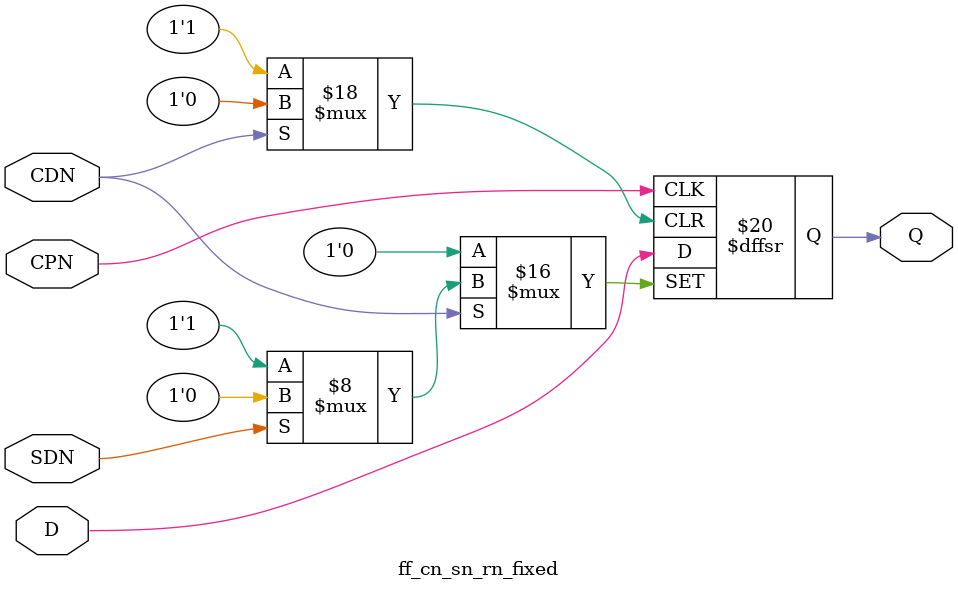
<source format=sv>
module ff_cn_sn_rn_fixed(
    input D,
    input CPN,
    input CDN,
    input SDN,
    output reg Q
);


always @(negedge CPN or negedge CDN or negedge SDN)
    if(!CDN) Q <= 0;
    else if(!SDN) Q <= 1;
    else Q <= D;


endmodule

</source>
